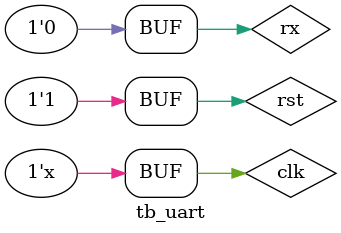
<source format=v>
module tb_uart ();
    reg clk, rst, btn_start;
    reg [7:0] data_in;
//    wire tx;
    reg rx;
    wire w_tick, w_rx_done;
    wire [7:0] rx_data;
    
    baud_tick_gen U_BAUD_TICK (
        .clk(clk),
        .rst(rst),
        .baud_tick(w_tick)
    );
    
    uart_rx DUT_rx (
        .clk(clk),
        .rst(rst),
        .tick(w_tick),  // tick
        .rx(rx),
        .rx_done(w_rx_done),
        .rx_data(rx_data)
    );
    
    // 수정된 모듈 인스턴스화 - 올바른 포트 이름 사용
    // send_tx_btn dut (
    //     .clk(clk),                     // 클록 연결
    //     .rst(rst),                     // 리셋 연결
    //     .btn_start(tx_start_trig),     // 송신 시작 트리거 연결
    //     .tx(tx_out),                   // 송신 출력 연결
    //     .tx_done(tx_done)              // 송신 완료 신호 연결
    // );
    
    always #5 clk = ~clk;
    
    initial begin
        clk = 0;
        rst = 1;
        rx = 1;
        #100
        rx = 0;
        #104160;
        /*
        btn_start = 0;
        data_in = "0";
        #10;
        rst = 0;
        #10;
        btn_start = 1;
        #2_000_000;
        //@(tx_done);
        //wait(tx_done == 0);   // 전송 안될 때기
        btn_start = 0;
        */
        
        //  신호 모니터링
        // always @(posedge clk) begin
        //     if (!rst) begin
        //         $display("Time=%0t, TX=%b, Done=%b", $time, tx_out, tx_done);
        //     end
        // end
    end
endmodule
</source>
